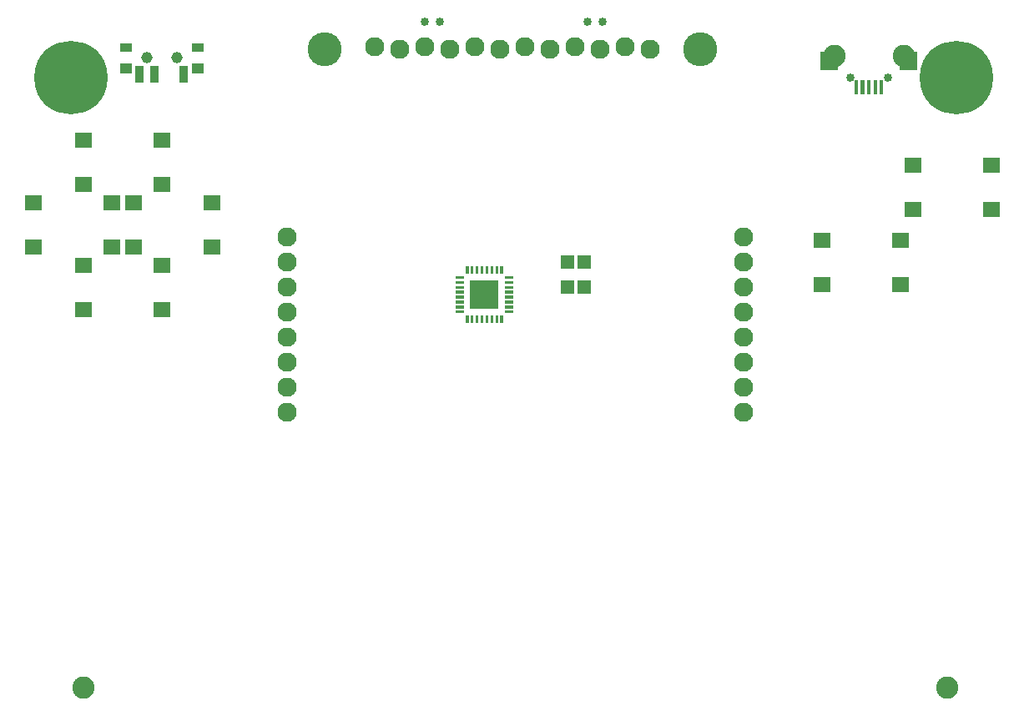
<source format=gts>
G04 MADE WITH FRITZING*
G04 WWW.FRITZING.ORG*
G04 DOUBLE SIDED*
G04 HOLES PLATED*
G04 CONTOUR ON CENTER OF CONTOUR VECTOR*
%ASAXBY*%
%FSLAX23Y23*%
%MOIN*%
%OFA0B0*%
%SFA1.0B1.0*%
%ADD10C,0.033622*%
%ADD11C,0.293464*%
%ADD12C,0.045433*%
%ADD13C,0.076929*%
%ADD14C,0.088740*%
%ADD15C,0.135984*%
%ADD16R,0.037559X0.069055*%
%ADD17R,0.049370X0.033622*%
%ADD18R,0.049370X0.041496*%
%ADD19R,0.071024X0.061181*%
%ADD20R,0.057244X0.053307*%
%ADD21R,0.112362X0.112362*%
%ADD22C,0.010000*%
%LNMASK1*%
G90*
G70*
G54D10*
X2265Y2966D03*
X2327Y2966D03*
X1677Y2966D03*
X1615Y2966D03*
G54D11*
X202Y2741D03*
X3740Y2741D03*
G54D12*
X507Y2823D03*
X625Y2823D03*
X507Y2823D03*
X625Y2823D03*
G54D13*
X1065Y1404D03*
X1065Y1504D03*
X1065Y1604D03*
X1065Y1704D03*
X1065Y1804D03*
X1065Y1904D03*
X1065Y2004D03*
X1065Y2104D03*
X2890Y1404D03*
X2890Y1504D03*
X2890Y1604D03*
X2890Y1704D03*
X2890Y1804D03*
X2890Y1904D03*
X2890Y2004D03*
X2890Y2104D03*
G54D14*
X3528Y2829D03*
X3253Y2829D03*
G54D10*
X3465Y2741D03*
X3315Y2741D03*
G54D14*
X3702Y304D03*
X252Y304D03*
G54D15*
X1215Y2856D03*
X2715Y2856D03*
G54D13*
X2515Y2854D03*
X2415Y2864D03*
X2315Y2854D03*
X2215Y2864D03*
X2115Y2854D03*
X2015Y2864D03*
X1915Y2854D03*
X1815Y2864D03*
X1715Y2854D03*
X1615Y2864D03*
X1515Y2854D03*
X1415Y2864D03*
G54D16*
X477Y2754D03*
X536Y2754D03*
X654Y2754D03*
G54D17*
X422Y2862D03*
G54D18*
X422Y2779D03*
G54D17*
X710Y2862D03*
G54D18*
X710Y2779D03*
G54D19*
X3878Y2393D03*
X3565Y2393D03*
X3878Y2216D03*
X3565Y2216D03*
X452Y2064D03*
X765Y2064D03*
X452Y2241D03*
X765Y2241D03*
X252Y1814D03*
X565Y1814D03*
X252Y1991D03*
X565Y1991D03*
X52Y2064D03*
X365Y2064D03*
X52Y2241D03*
X365Y2241D03*
X3515Y2093D03*
X3202Y2093D03*
X3515Y1916D03*
X3202Y1916D03*
X252Y2314D03*
X565Y2314D03*
X252Y2491D03*
X565Y2491D03*
G54D20*
X2185Y1904D03*
X2252Y1904D03*
X2185Y2004D03*
X2252Y2004D03*
G54D21*
X1853Y1874D03*
G54D22*
G36*
X1898Y1957D02*
X1898Y1988D01*
X1909Y1988D01*
X1909Y1957D01*
X1898Y1957D01*
G37*
D02*
G36*
X1937Y1819D02*
X1937Y1831D01*
X1968Y1831D01*
X1968Y1819D01*
X1937Y1819D01*
G37*
D02*
G36*
X1799Y1760D02*
X1799Y1792D01*
X1810Y1792D01*
X1810Y1760D01*
X1799Y1760D01*
G37*
D02*
G36*
X1878Y1957D02*
X1878Y1988D01*
X1889Y1988D01*
X1889Y1957D01*
X1878Y1957D01*
G37*
D02*
G36*
X1878Y1760D02*
X1878Y1792D01*
X1889Y1792D01*
X1889Y1760D01*
X1878Y1760D01*
G37*
D02*
G36*
X1858Y1957D02*
X1858Y1988D01*
X1869Y1988D01*
X1869Y1957D01*
X1858Y1957D01*
G37*
D02*
G36*
X1937Y1898D02*
X1937Y1909D01*
X1968Y1909D01*
X1968Y1898D01*
X1937Y1898D01*
G37*
D02*
G36*
X1838Y1957D02*
X1838Y1988D01*
X1850Y1988D01*
X1850Y1957D01*
X1838Y1957D01*
G37*
D02*
G36*
X1838Y1760D02*
X1838Y1792D01*
X1850Y1792D01*
X1850Y1760D01*
X1838Y1760D01*
G37*
D02*
G36*
X1819Y1957D02*
X1819Y1988D01*
X1830Y1988D01*
X1830Y1957D01*
X1819Y1957D01*
G37*
D02*
G36*
X1917Y1760D02*
X1917Y1792D01*
X1928Y1792D01*
X1928Y1760D01*
X1917Y1760D01*
G37*
D02*
G36*
X1799Y1957D02*
X1799Y1988D01*
X1810Y1988D01*
X1810Y1957D01*
X1799Y1957D01*
G37*
D02*
G36*
X1937Y1859D02*
X1937Y1870D01*
X1968Y1870D01*
X1968Y1859D01*
X1937Y1859D01*
G37*
D02*
G36*
X1779Y1957D02*
X1779Y1988D01*
X1791Y1988D01*
X1791Y1957D01*
X1779Y1957D01*
G37*
D02*
G36*
X1937Y1938D02*
X1937Y1949D01*
X1968Y1949D01*
X1968Y1938D01*
X1937Y1938D01*
G37*
D02*
G36*
X1740Y1938D02*
X1740Y1949D01*
X1771Y1949D01*
X1771Y1938D01*
X1740Y1938D01*
G37*
D02*
G36*
X1819Y1760D02*
X1819Y1792D01*
X1830Y1792D01*
X1830Y1760D01*
X1819Y1760D01*
G37*
D02*
G36*
X1740Y1918D02*
X1740Y1929D01*
X1771Y1929D01*
X1771Y1918D01*
X1740Y1918D01*
G37*
D02*
G36*
X1858Y1760D02*
X1858Y1792D01*
X1869Y1792D01*
X1869Y1760D01*
X1858Y1760D01*
G37*
D02*
G36*
X1740Y1898D02*
X1740Y1909D01*
X1771Y1909D01*
X1771Y1898D01*
X1740Y1898D01*
G37*
D02*
G36*
X1898Y1760D02*
X1898Y1792D01*
X1909Y1792D01*
X1909Y1760D01*
X1898Y1760D01*
G37*
D02*
G36*
X1740Y1878D02*
X1740Y1890D01*
X1771Y1890D01*
X1771Y1878D01*
X1740Y1878D01*
G37*
D02*
G36*
X1937Y1800D02*
X1937Y1811D01*
X1968Y1811D01*
X1968Y1800D01*
X1937Y1800D01*
G37*
D02*
G36*
X1740Y1859D02*
X1740Y1870D01*
X1771Y1870D01*
X1771Y1859D01*
X1740Y1859D01*
G37*
D02*
G36*
X1937Y1839D02*
X1937Y1850D01*
X1968Y1850D01*
X1968Y1839D01*
X1937Y1839D01*
G37*
D02*
G36*
X1740Y1839D02*
X1740Y1850D01*
X1771Y1850D01*
X1771Y1839D01*
X1740Y1839D01*
G37*
D02*
G36*
X1937Y1878D02*
X1937Y1890D01*
X1968Y1890D01*
X1968Y1878D01*
X1937Y1878D01*
G37*
D02*
G36*
X1740Y1819D02*
X1740Y1831D01*
X1771Y1831D01*
X1771Y1819D01*
X1740Y1819D01*
G37*
D02*
G36*
X1937Y1918D02*
X1937Y1929D01*
X1968Y1929D01*
X1968Y1918D01*
X1937Y1918D01*
G37*
D02*
G36*
X1740Y1800D02*
X1740Y1811D01*
X1771Y1811D01*
X1771Y1800D01*
X1740Y1800D01*
G37*
D02*
G36*
X1779Y1760D02*
X1779Y1792D01*
X1791Y1792D01*
X1791Y1760D01*
X1779Y1760D01*
G37*
D02*
G36*
X1917Y1957D02*
X1917Y1988D01*
X1928Y1988D01*
X1928Y1957D01*
X1917Y1957D01*
G37*
D02*
G36*
X3434Y2676D02*
X3434Y2731D01*
X3447Y2731D01*
X3447Y2676D01*
X3434Y2676D01*
G37*
D02*
G36*
X3331Y2676D02*
X3331Y2731D01*
X3345Y2731D01*
X3345Y2676D01*
X3331Y2676D01*
G37*
D02*
G36*
X3408Y2676D02*
X3408Y2731D01*
X3422Y2731D01*
X3422Y2676D01*
X3408Y2676D01*
G37*
D02*
G36*
X3382Y2676D02*
X3382Y2731D01*
X3396Y2731D01*
X3396Y2676D01*
X3382Y2676D01*
G37*
D02*
G36*
X3357Y2676D02*
X3357Y2731D01*
X3371Y2731D01*
X3371Y2676D01*
X3357Y2676D01*
G37*
D02*
G36*
X3511Y2771D02*
X3511Y2845D01*
X3582Y2845D01*
X3582Y2771D01*
X3511Y2771D01*
G37*
D02*
G36*
X3196Y2771D02*
X3196Y2845D01*
X3267Y2845D01*
X3267Y2771D01*
X3196Y2771D01*
G37*
D02*
G04 End of Mask1*
M02*
</source>
